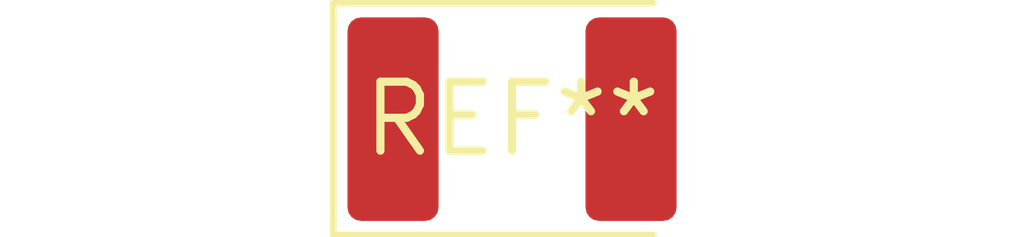
<source format=kicad_pcb>
(kicad_pcb (version 20240108) (generator pcbnew)
  (layers (0 "F.Cu" signal) (31 "B.Cu" signal) (34 "B.Paste" user) (35 "F.Paste" user) (36 "B.SilkS" user "B.Silkscreen") (37 "F.SilkS" user "F.Silkscreen") (38 "B.Mask" user) (39 "F.Mask" user) (44 "Edge.Cuts" user))
  (net 0 "")
  (footprint "D_2114_3652Metric" (layer "F.Cu") (at 0 0)
    (property "Reference" "REF**")
    (property "Value" "D_2114_3652Metric")
    (fp_line (start -3.285 -2.135) (end -3.285 2.135) (layer "F.SilkS") (stroke (width 0.12)))
    (fp_line (start -3.285 2.135) (end 2.6 2.135) (layer "F.SilkS") (stroke (width 0.12)))
    (fp_line (start 2.6 -2.135) (end -3.285 -2.135) (layer "F.SilkS") (stroke (width 0.12)))
    (pad "1" smd roundrect (at -2.1875 0) (size 1.675 3.75) (layers "F.Cu" "F.Paste" "F.Mask") (roundrect_rratio 0.149254))
    (pad "2" smd roundrect (at 2.1875 0) (size 1.675 3.75) (layers "F.Cu" "F.Paste" "F.Mask") (roundrect_rratio 0.149254))
  )
)
</source>
